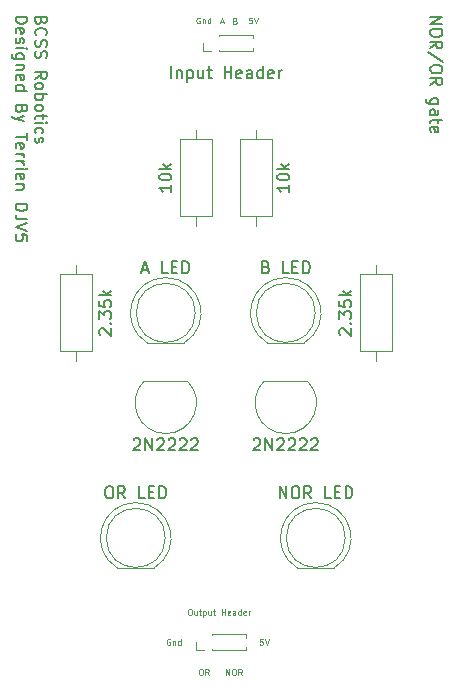
<source format=gbr>
%TF.GenerationSoftware,KiCad,Pcbnew,5.99.0+really5.1.12+dfsg1-1*%
%TF.CreationDate,2021-11-19T11:23:09-05:00*%
%TF.ProjectId,N OR,4e204f52-2e6b-4696-9361-645f70636258,rev?*%
%TF.SameCoordinates,Original*%
%TF.FileFunction,Legend,Top*%
%TF.FilePolarity,Positive*%
%FSLAX46Y46*%
G04 Gerber Fmt 4.6, Leading zero omitted, Abs format (unit mm)*
G04 Created by KiCad (PCBNEW 5.99.0+really5.1.12+dfsg1-1) date 2021-11-19 11:23:09*
%MOMM*%
%LPD*%
G01*
G04 APERTURE LIST*
%ADD10C,0.150000*%
%ADD11C,0.100000*%
%ADD12C,0.125000*%
%ADD13C,0.120000*%
G04 APERTURE END LIST*
D10*
X155757619Y-46055595D02*
X156757619Y-46055595D01*
X155757619Y-46627023D01*
X156757619Y-46627023D01*
X156757619Y-47293690D02*
X156757619Y-47484166D01*
X156710000Y-47579404D01*
X156614761Y-47674642D01*
X156424285Y-47722261D01*
X156090952Y-47722261D01*
X155900476Y-47674642D01*
X155805238Y-47579404D01*
X155757619Y-47484166D01*
X155757619Y-47293690D01*
X155805238Y-47198452D01*
X155900476Y-47103214D01*
X156090952Y-47055595D01*
X156424285Y-47055595D01*
X156614761Y-47103214D01*
X156710000Y-47198452D01*
X156757619Y-47293690D01*
X155757619Y-48722261D02*
X156233809Y-48388928D01*
X155757619Y-48150833D02*
X156757619Y-48150833D01*
X156757619Y-48531785D01*
X156710000Y-48627023D01*
X156662380Y-48674642D01*
X156567142Y-48722261D01*
X156424285Y-48722261D01*
X156329047Y-48674642D01*
X156281428Y-48627023D01*
X156233809Y-48531785D01*
X156233809Y-48150833D01*
X156805238Y-49865119D02*
X155519523Y-49007976D01*
X156757619Y-50388928D02*
X156757619Y-50579404D01*
X156710000Y-50674642D01*
X156614761Y-50769880D01*
X156424285Y-50817500D01*
X156090952Y-50817500D01*
X155900476Y-50769880D01*
X155805238Y-50674642D01*
X155757619Y-50579404D01*
X155757619Y-50388928D01*
X155805238Y-50293690D01*
X155900476Y-50198452D01*
X156090952Y-50150833D01*
X156424285Y-50150833D01*
X156614761Y-50198452D01*
X156710000Y-50293690D01*
X156757619Y-50388928D01*
X155757619Y-51817500D02*
X156233809Y-51484166D01*
X155757619Y-51246071D02*
X156757619Y-51246071D01*
X156757619Y-51627023D01*
X156710000Y-51722261D01*
X156662380Y-51769880D01*
X156567142Y-51817500D01*
X156424285Y-51817500D01*
X156329047Y-51769880D01*
X156281428Y-51722261D01*
X156233809Y-51627023D01*
X156233809Y-51246071D01*
X156424285Y-53436547D02*
X155614761Y-53436547D01*
X155519523Y-53388928D01*
X155471904Y-53341309D01*
X155424285Y-53246071D01*
X155424285Y-53103214D01*
X155471904Y-53007976D01*
X155805238Y-53436547D02*
X155757619Y-53341309D01*
X155757619Y-53150833D01*
X155805238Y-53055595D01*
X155852857Y-53007976D01*
X155948095Y-52960357D01*
X156233809Y-52960357D01*
X156329047Y-53007976D01*
X156376666Y-53055595D01*
X156424285Y-53150833D01*
X156424285Y-53341309D01*
X156376666Y-53436547D01*
X155757619Y-54341309D02*
X156281428Y-54341309D01*
X156376666Y-54293690D01*
X156424285Y-54198452D01*
X156424285Y-54007976D01*
X156376666Y-53912738D01*
X155805238Y-54341309D02*
X155757619Y-54246071D01*
X155757619Y-54007976D01*
X155805238Y-53912738D01*
X155900476Y-53865119D01*
X155995714Y-53865119D01*
X156090952Y-53912738D01*
X156138571Y-54007976D01*
X156138571Y-54246071D01*
X156186190Y-54341309D01*
X156424285Y-54674642D02*
X156424285Y-55055595D01*
X156757619Y-54817500D02*
X155900476Y-54817500D01*
X155805238Y-54865119D01*
X155757619Y-54960357D01*
X155757619Y-55055595D01*
X155805238Y-55769880D02*
X155757619Y-55674642D01*
X155757619Y-55484166D01*
X155805238Y-55388928D01*
X155900476Y-55341309D01*
X156281428Y-55341309D01*
X156376666Y-55388928D01*
X156424285Y-55484166D01*
X156424285Y-55674642D01*
X156376666Y-55769880D01*
X156281428Y-55817500D01*
X156186190Y-55817500D01*
X156090952Y-55341309D01*
X122816428Y-46388928D02*
X122768809Y-46531785D01*
X122721190Y-46579404D01*
X122625952Y-46627023D01*
X122483095Y-46627023D01*
X122387857Y-46579404D01*
X122340238Y-46531785D01*
X122292619Y-46436547D01*
X122292619Y-46055595D01*
X123292619Y-46055595D01*
X123292619Y-46388928D01*
X123245000Y-46484166D01*
X123197380Y-46531785D01*
X123102142Y-46579404D01*
X123006904Y-46579404D01*
X122911666Y-46531785D01*
X122864047Y-46484166D01*
X122816428Y-46388928D01*
X122816428Y-46055595D01*
X122387857Y-47627023D02*
X122340238Y-47579404D01*
X122292619Y-47436547D01*
X122292619Y-47341309D01*
X122340238Y-47198452D01*
X122435476Y-47103214D01*
X122530714Y-47055595D01*
X122721190Y-47007976D01*
X122864047Y-47007976D01*
X123054523Y-47055595D01*
X123149761Y-47103214D01*
X123245000Y-47198452D01*
X123292619Y-47341309D01*
X123292619Y-47436547D01*
X123245000Y-47579404D01*
X123197380Y-47627023D01*
X122340238Y-48007976D02*
X122292619Y-48150833D01*
X122292619Y-48388928D01*
X122340238Y-48484166D01*
X122387857Y-48531785D01*
X122483095Y-48579404D01*
X122578333Y-48579404D01*
X122673571Y-48531785D01*
X122721190Y-48484166D01*
X122768809Y-48388928D01*
X122816428Y-48198452D01*
X122864047Y-48103214D01*
X122911666Y-48055595D01*
X123006904Y-48007976D01*
X123102142Y-48007976D01*
X123197380Y-48055595D01*
X123245000Y-48103214D01*
X123292619Y-48198452D01*
X123292619Y-48436547D01*
X123245000Y-48579404D01*
X122340238Y-48960357D02*
X122292619Y-49103214D01*
X122292619Y-49341309D01*
X122340238Y-49436547D01*
X122387857Y-49484166D01*
X122483095Y-49531785D01*
X122578333Y-49531785D01*
X122673571Y-49484166D01*
X122721190Y-49436547D01*
X122768809Y-49341309D01*
X122816428Y-49150833D01*
X122864047Y-49055595D01*
X122911666Y-49007976D01*
X123006904Y-48960357D01*
X123102142Y-48960357D01*
X123197380Y-49007976D01*
X123245000Y-49055595D01*
X123292619Y-49150833D01*
X123292619Y-49388928D01*
X123245000Y-49531785D01*
X122292619Y-51293690D02*
X122768809Y-50960357D01*
X122292619Y-50722261D02*
X123292619Y-50722261D01*
X123292619Y-51103214D01*
X123245000Y-51198452D01*
X123197380Y-51246071D01*
X123102142Y-51293690D01*
X122959285Y-51293690D01*
X122864047Y-51246071D01*
X122816428Y-51198452D01*
X122768809Y-51103214D01*
X122768809Y-50722261D01*
X122292619Y-51865119D02*
X122340238Y-51769880D01*
X122387857Y-51722261D01*
X122483095Y-51674642D01*
X122768809Y-51674642D01*
X122864047Y-51722261D01*
X122911666Y-51769880D01*
X122959285Y-51865119D01*
X122959285Y-52007976D01*
X122911666Y-52103214D01*
X122864047Y-52150833D01*
X122768809Y-52198452D01*
X122483095Y-52198452D01*
X122387857Y-52150833D01*
X122340238Y-52103214D01*
X122292619Y-52007976D01*
X122292619Y-51865119D01*
X122292619Y-52627023D02*
X123292619Y-52627023D01*
X122911666Y-52627023D02*
X122959285Y-52722261D01*
X122959285Y-52912738D01*
X122911666Y-53007976D01*
X122864047Y-53055595D01*
X122768809Y-53103214D01*
X122483095Y-53103214D01*
X122387857Y-53055595D01*
X122340238Y-53007976D01*
X122292619Y-52912738D01*
X122292619Y-52722261D01*
X122340238Y-52627023D01*
X122292619Y-53674642D02*
X122340238Y-53579404D01*
X122387857Y-53531785D01*
X122483095Y-53484166D01*
X122768809Y-53484166D01*
X122864047Y-53531785D01*
X122911666Y-53579404D01*
X122959285Y-53674642D01*
X122959285Y-53817500D01*
X122911666Y-53912738D01*
X122864047Y-53960357D01*
X122768809Y-54007976D01*
X122483095Y-54007976D01*
X122387857Y-53960357D01*
X122340238Y-53912738D01*
X122292619Y-53817500D01*
X122292619Y-53674642D01*
X122959285Y-54293690D02*
X122959285Y-54674642D01*
X123292619Y-54436547D02*
X122435476Y-54436547D01*
X122340238Y-54484166D01*
X122292619Y-54579404D01*
X122292619Y-54674642D01*
X122292619Y-55007976D02*
X122959285Y-55007976D01*
X123292619Y-55007976D02*
X123245000Y-54960357D01*
X123197380Y-55007976D01*
X123245000Y-55055595D01*
X123292619Y-55007976D01*
X123197380Y-55007976D01*
X122340238Y-55912738D02*
X122292619Y-55817500D01*
X122292619Y-55627023D01*
X122340238Y-55531785D01*
X122387857Y-55484166D01*
X122483095Y-55436547D01*
X122768809Y-55436547D01*
X122864047Y-55484166D01*
X122911666Y-55531785D01*
X122959285Y-55627023D01*
X122959285Y-55817500D01*
X122911666Y-55912738D01*
X122340238Y-56293690D02*
X122292619Y-56388928D01*
X122292619Y-56579404D01*
X122340238Y-56674642D01*
X122435476Y-56722261D01*
X122483095Y-56722261D01*
X122578333Y-56674642D01*
X122625952Y-56579404D01*
X122625952Y-56436547D01*
X122673571Y-56341309D01*
X122768809Y-56293690D01*
X122816428Y-56293690D01*
X122911666Y-56341309D01*
X122959285Y-56436547D01*
X122959285Y-56579404D01*
X122911666Y-56674642D01*
X120642619Y-46055595D02*
X121642619Y-46055595D01*
X121642619Y-46293690D01*
X121595000Y-46436547D01*
X121499761Y-46531785D01*
X121404523Y-46579404D01*
X121214047Y-46627023D01*
X121071190Y-46627023D01*
X120880714Y-46579404D01*
X120785476Y-46531785D01*
X120690238Y-46436547D01*
X120642619Y-46293690D01*
X120642619Y-46055595D01*
X120690238Y-47436547D02*
X120642619Y-47341309D01*
X120642619Y-47150833D01*
X120690238Y-47055595D01*
X120785476Y-47007976D01*
X121166428Y-47007976D01*
X121261666Y-47055595D01*
X121309285Y-47150833D01*
X121309285Y-47341309D01*
X121261666Y-47436547D01*
X121166428Y-47484166D01*
X121071190Y-47484166D01*
X120975952Y-47007976D01*
X120690238Y-47865119D02*
X120642619Y-47960357D01*
X120642619Y-48150833D01*
X120690238Y-48246071D01*
X120785476Y-48293690D01*
X120833095Y-48293690D01*
X120928333Y-48246071D01*
X120975952Y-48150833D01*
X120975952Y-48007976D01*
X121023571Y-47912738D01*
X121118809Y-47865119D01*
X121166428Y-47865119D01*
X121261666Y-47912738D01*
X121309285Y-48007976D01*
X121309285Y-48150833D01*
X121261666Y-48246071D01*
X120642619Y-48722261D02*
X121309285Y-48722261D01*
X121642619Y-48722261D02*
X121595000Y-48674642D01*
X121547380Y-48722261D01*
X121595000Y-48769880D01*
X121642619Y-48722261D01*
X121547380Y-48722261D01*
X121309285Y-49627023D02*
X120499761Y-49627023D01*
X120404523Y-49579404D01*
X120356904Y-49531785D01*
X120309285Y-49436547D01*
X120309285Y-49293690D01*
X120356904Y-49198452D01*
X120690238Y-49627023D02*
X120642619Y-49531785D01*
X120642619Y-49341309D01*
X120690238Y-49246071D01*
X120737857Y-49198452D01*
X120833095Y-49150833D01*
X121118809Y-49150833D01*
X121214047Y-49198452D01*
X121261666Y-49246071D01*
X121309285Y-49341309D01*
X121309285Y-49531785D01*
X121261666Y-49627023D01*
X121309285Y-50103214D02*
X120642619Y-50103214D01*
X121214047Y-50103214D02*
X121261666Y-50150833D01*
X121309285Y-50246071D01*
X121309285Y-50388928D01*
X121261666Y-50484166D01*
X121166428Y-50531785D01*
X120642619Y-50531785D01*
X120690238Y-51388928D02*
X120642619Y-51293690D01*
X120642619Y-51103214D01*
X120690238Y-51007976D01*
X120785476Y-50960357D01*
X121166428Y-50960357D01*
X121261666Y-51007976D01*
X121309285Y-51103214D01*
X121309285Y-51293690D01*
X121261666Y-51388928D01*
X121166428Y-51436547D01*
X121071190Y-51436547D01*
X120975952Y-50960357D01*
X120642619Y-52293690D02*
X121642619Y-52293690D01*
X120690238Y-52293690D02*
X120642619Y-52198452D01*
X120642619Y-52007976D01*
X120690238Y-51912738D01*
X120737857Y-51865119D01*
X120833095Y-51817500D01*
X121118809Y-51817500D01*
X121214047Y-51865119D01*
X121261666Y-51912738D01*
X121309285Y-52007976D01*
X121309285Y-52198452D01*
X121261666Y-52293690D01*
X121166428Y-53865119D02*
X121118809Y-54007976D01*
X121071190Y-54055595D01*
X120975952Y-54103214D01*
X120833095Y-54103214D01*
X120737857Y-54055595D01*
X120690238Y-54007976D01*
X120642619Y-53912738D01*
X120642619Y-53531785D01*
X121642619Y-53531785D01*
X121642619Y-53865119D01*
X121595000Y-53960357D01*
X121547380Y-54007976D01*
X121452142Y-54055595D01*
X121356904Y-54055595D01*
X121261666Y-54007976D01*
X121214047Y-53960357D01*
X121166428Y-53865119D01*
X121166428Y-53531785D01*
X121309285Y-54436547D02*
X120642619Y-54674642D01*
X121309285Y-54912738D02*
X120642619Y-54674642D01*
X120404523Y-54579404D01*
X120356904Y-54531785D01*
X120309285Y-54436547D01*
X121642619Y-55912738D02*
X121642619Y-56484166D01*
X120642619Y-56198452D02*
X121642619Y-56198452D01*
X120690238Y-57198452D02*
X120642619Y-57103214D01*
X120642619Y-56912738D01*
X120690238Y-56817500D01*
X120785476Y-56769880D01*
X121166428Y-56769880D01*
X121261666Y-56817500D01*
X121309285Y-56912738D01*
X121309285Y-57103214D01*
X121261666Y-57198452D01*
X121166428Y-57246071D01*
X121071190Y-57246071D01*
X120975952Y-56769880D01*
X120642619Y-57674642D02*
X121309285Y-57674642D01*
X121118809Y-57674642D02*
X121214047Y-57722261D01*
X121261666Y-57769880D01*
X121309285Y-57865119D01*
X121309285Y-57960357D01*
X120642619Y-58293690D02*
X121309285Y-58293690D01*
X121118809Y-58293690D02*
X121214047Y-58341309D01*
X121261666Y-58388928D01*
X121309285Y-58484166D01*
X121309285Y-58579404D01*
X120642619Y-58912738D02*
X121309285Y-58912738D01*
X121642619Y-58912738D02*
X121595000Y-58865119D01*
X121547380Y-58912738D01*
X121595000Y-58960357D01*
X121642619Y-58912738D01*
X121547380Y-58912738D01*
X120690238Y-59769880D02*
X120642619Y-59674642D01*
X120642619Y-59484166D01*
X120690238Y-59388928D01*
X120785476Y-59341309D01*
X121166428Y-59341309D01*
X121261666Y-59388928D01*
X121309285Y-59484166D01*
X121309285Y-59674642D01*
X121261666Y-59769880D01*
X121166428Y-59817500D01*
X121071190Y-59817500D01*
X120975952Y-59341309D01*
X121309285Y-60246071D02*
X120642619Y-60246071D01*
X121214047Y-60246071D02*
X121261666Y-60293690D01*
X121309285Y-60388928D01*
X121309285Y-60531785D01*
X121261666Y-60627023D01*
X121166428Y-60674642D01*
X120642619Y-60674642D01*
X120642619Y-61912738D02*
X121642619Y-61912738D01*
X121642619Y-62150833D01*
X121595000Y-62293690D01*
X121499761Y-62388928D01*
X121404523Y-62436547D01*
X121214047Y-62484166D01*
X121071190Y-62484166D01*
X120880714Y-62436547D01*
X120785476Y-62388928D01*
X120690238Y-62293690D01*
X120642619Y-62150833D01*
X120642619Y-61912738D01*
X121642619Y-63198452D02*
X120928333Y-63198452D01*
X120785476Y-63150833D01*
X120690238Y-63055595D01*
X120642619Y-62912738D01*
X120642619Y-62817500D01*
X121642619Y-63531785D02*
X120642619Y-63865119D01*
X121642619Y-64198452D01*
X121642619Y-65007976D02*
X121642619Y-64531785D01*
X121166428Y-64484166D01*
X121214047Y-64531785D01*
X121261666Y-64627023D01*
X121261666Y-64865119D01*
X121214047Y-64960357D01*
X121166428Y-65007976D01*
X121071190Y-65055595D01*
X120833095Y-65055595D01*
X120737857Y-65007976D01*
X120690238Y-64960357D01*
X120642619Y-64865119D01*
X120642619Y-64627023D01*
X120690238Y-64531785D01*
X120737857Y-64484166D01*
D11*
X133713571Y-98756552D02*
X133665952Y-98732742D01*
X133594523Y-98732742D01*
X133523095Y-98756552D01*
X133475476Y-98804171D01*
X133451666Y-98851790D01*
X133427857Y-98947028D01*
X133427857Y-99018456D01*
X133451666Y-99113694D01*
X133475476Y-99161313D01*
X133523095Y-99208932D01*
X133594523Y-99232742D01*
X133642142Y-99232742D01*
X133713571Y-99208932D01*
X133737380Y-99185123D01*
X133737380Y-99018456D01*
X133642142Y-99018456D01*
X133951666Y-98899409D02*
X133951666Y-99232742D01*
X133951666Y-98947028D02*
X133975476Y-98923218D01*
X134023095Y-98899409D01*
X134094523Y-98899409D01*
X134142142Y-98923218D01*
X134165952Y-98970837D01*
X134165952Y-99232742D01*
X134618333Y-99232742D02*
X134618333Y-98732742D01*
X134618333Y-99208932D02*
X134570714Y-99232742D01*
X134475476Y-99232742D01*
X134427857Y-99208932D01*
X134404047Y-99185123D01*
X134380238Y-99137504D01*
X134380238Y-98994647D01*
X134404047Y-98947028D01*
X134427857Y-98923218D01*
X134475476Y-98899409D01*
X134570714Y-98899409D01*
X134618333Y-98923218D01*
X141559761Y-98732742D02*
X141321666Y-98732742D01*
X141297857Y-98970837D01*
X141321666Y-98947028D01*
X141369285Y-98923218D01*
X141488333Y-98923218D01*
X141535952Y-98947028D01*
X141559761Y-98970837D01*
X141583571Y-99018456D01*
X141583571Y-99137504D01*
X141559761Y-99185123D01*
X141535952Y-99208932D01*
X141488333Y-99232742D01*
X141369285Y-99232742D01*
X141321666Y-99208932D01*
X141297857Y-99185123D01*
X141726428Y-98732742D02*
X141893095Y-99232742D01*
X142059761Y-98732742D01*
X138460238Y-101772742D02*
X138460238Y-101272742D01*
X138745952Y-101772742D01*
X138745952Y-101272742D01*
X139079285Y-101272742D02*
X139174523Y-101272742D01*
X139222142Y-101296552D01*
X139269761Y-101344171D01*
X139293571Y-101439409D01*
X139293571Y-101606075D01*
X139269761Y-101701313D01*
X139222142Y-101748932D01*
X139174523Y-101772742D01*
X139079285Y-101772742D01*
X139031666Y-101748932D01*
X138984047Y-101701313D01*
X138960238Y-101606075D01*
X138960238Y-101439409D01*
X138984047Y-101344171D01*
X139031666Y-101296552D01*
X139079285Y-101272742D01*
X139793571Y-101772742D02*
X139626904Y-101534647D01*
X139507857Y-101772742D02*
X139507857Y-101272742D01*
X139698333Y-101272742D01*
X139745952Y-101296552D01*
X139769761Y-101320361D01*
X139793571Y-101367980D01*
X139793571Y-101439409D01*
X139769761Y-101487028D01*
X139745952Y-101510837D01*
X139698333Y-101534647D01*
X139507857Y-101534647D01*
X136228026Y-46136246D02*
X136180407Y-46112436D01*
X136108978Y-46112436D01*
X136037550Y-46136246D01*
X135989931Y-46183865D01*
X135966121Y-46231484D01*
X135942312Y-46326722D01*
X135942312Y-46398150D01*
X135966121Y-46493388D01*
X135989931Y-46541007D01*
X136037550Y-46588626D01*
X136108978Y-46612436D01*
X136156597Y-46612436D01*
X136228026Y-46588626D01*
X136251835Y-46564817D01*
X136251835Y-46398150D01*
X136156597Y-46398150D01*
X136466121Y-46279103D02*
X136466121Y-46612436D01*
X136466121Y-46326722D02*
X136489931Y-46302912D01*
X136537550Y-46279103D01*
X136608978Y-46279103D01*
X136656597Y-46302912D01*
X136680407Y-46350531D01*
X136680407Y-46612436D01*
X137132788Y-46612436D02*
X137132788Y-46112436D01*
X137132788Y-46588626D02*
X137085169Y-46612436D01*
X136989931Y-46612436D01*
X136942312Y-46588626D01*
X136918502Y-46564817D01*
X136894693Y-46517198D01*
X136894693Y-46374341D01*
X136918502Y-46326722D01*
X136942312Y-46302912D01*
X136989931Y-46279103D01*
X137085169Y-46279103D01*
X137132788Y-46302912D01*
X140650799Y-46112436D02*
X140412704Y-46112436D01*
X140388895Y-46350531D01*
X140412704Y-46326722D01*
X140460323Y-46302912D01*
X140579371Y-46302912D01*
X140626990Y-46326722D01*
X140650799Y-46350531D01*
X140674609Y-46398150D01*
X140674609Y-46517198D01*
X140650799Y-46564817D01*
X140626990Y-46588626D01*
X140579371Y-46612436D01*
X140460323Y-46612436D01*
X140412704Y-46588626D01*
X140388895Y-46564817D01*
X140817466Y-46112436D02*
X140984133Y-46612436D01*
X141150799Y-46112436D01*
D12*
X139237726Y-46370326D02*
X139309154Y-46394136D01*
X139332964Y-46417945D01*
X139356773Y-46465564D01*
X139356773Y-46536993D01*
X139332964Y-46584612D01*
X139309154Y-46608421D01*
X139261535Y-46632231D01*
X139071059Y-46632231D01*
X139071059Y-46132231D01*
X139237726Y-46132231D01*
X139285345Y-46156041D01*
X139309154Y-46179850D01*
X139332964Y-46227469D01*
X139332964Y-46275088D01*
X139309154Y-46322707D01*
X139285345Y-46346517D01*
X139237726Y-46370326D01*
X139071059Y-46370326D01*
X138014023Y-46469579D02*
X138252118Y-46469579D01*
X137966404Y-46612436D02*
X138133071Y-46112436D01*
X138299737Y-46612436D01*
D11*
X136277380Y-101272742D02*
X136372619Y-101272742D01*
X136420238Y-101296552D01*
X136467857Y-101344171D01*
X136491666Y-101439409D01*
X136491666Y-101606075D01*
X136467857Y-101701313D01*
X136420238Y-101748932D01*
X136372619Y-101772742D01*
X136277380Y-101772742D01*
X136229761Y-101748932D01*
X136182142Y-101701313D01*
X136158333Y-101606075D01*
X136158333Y-101439409D01*
X136182142Y-101344171D01*
X136229761Y-101296552D01*
X136277380Y-101272742D01*
X136991666Y-101772742D02*
X136825000Y-101534647D01*
X136705952Y-101772742D02*
X136705952Y-101272742D01*
X136896428Y-101272742D01*
X136944047Y-101296552D01*
X136967857Y-101320361D01*
X136991666Y-101367980D01*
X136991666Y-101439409D01*
X136967857Y-101487028D01*
X136944047Y-101510837D01*
X136896428Y-101534647D01*
X136705952Y-101534647D01*
D13*
%TO.C,OR LED*%
X133310000Y-90170000D02*
G75*
G03*
X133310000Y-90170000I-2500000J0D01*
G01*
X129265000Y-92730000D02*
X132355000Y-92730000D01*
X130810462Y-87180000D02*
G75*
G03*
X129265170Y-92730000I-462J-2990000D01*
G01*
X130809538Y-87180000D02*
G75*
G02*
X132354830Y-92730000I462J-2990000D01*
G01*
%TO.C,2.35k*%
X127100000Y-67850000D02*
X124360000Y-67850000D01*
X124360000Y-67850000D02*
X124360000Y-74390000D01*
X124360000Y-74390000D02*
X127100000Y-74390000D01*
X127100000Y-74390000D02*
X127100000Y-67850000D01*
X125730000Y-67080000D02*
X125730000Y-67850000D01*
X125730000Y-75160000D02*
X125730000Y-74390000D01*
%TO.C,Input Header*%
X140720000Y-48955000D02*
X140720000Y-48654493D01*
X140720000Y-47865507D02*
X140720000Y-47565000D01*
X137845000Y-48955000D02*
X140720000Y-48955000D01*
X137845000Y-47565000D02*
X140720000Y-47565000D01*
X137845000Y-48955000D02*
X137845000Y-48868276D01*
X137845000Y-47651724D02*
X137845000Y-47565000D01*
X137160000Y-48955000D02*
X136475000Y-48955000D01*
X136475000Y-48955000D02*
X136475000Y-48260000D01*
%TO.C,Output Header*%
X140135000Y-99701552D02*
X140135000Y-99401045D01*
X140135000Y-98612059D02*
X140135000Y-98311552D01*
X137260000Y-99701552D02*
X140135000Y-99701552D01*
X137260000Y-98311552D02*
X140135000Y-98311552D01*
X137260000Y-99701552D02*
X137260000Y-99614828D01*
X137260000Y-98398276D02*
X137260000Y-98311552D01*
X136575000Y-99701552D02*
X135890000Y-99701552D01*
X135890000Y-99701552D02*
X135890000Y-99006552D01*
%TO.C,2.35k*%
X152500000Y-67850000D02*
X149760000Y-67850000D01*
X149760000Y-67850000D02*
X149760000Y-74390000D01*
X149760000Y-74390000D02*
X152500000Y-74390000D01*
X152500000Y-74390000D02*
X152500000Y-67850000D01*
X151130000Y-67080000D02*
X151130000Y-67850000D01*
X151130000Y-75160000D02*
X151130000Y-74390000D01*
%TO.C,10k*%
X142340000Y-56420000D02*
X139600000Y-56420000D01*
X139600000Y-56420000D02*
X139600000Y-62960000D01*
X139600000Y-62960000D02*
X142340000Y-62960000D01*
X142340000Y-62960000D02*
X142340000Y-56420000D01*
X140970000Y-55650000D02*
X140970000Y-56420000D01*
X140970000Y-63730000D02*
X140970000Y-62960000D01*
X137260000Y-56420000D02*
X134520000Y-56420000D01*
X134520000Y-56420000D02*
X134520000Y-62960000D01*
X134520000Y-62960000D02*
X137260000Y-62960000D01*
X137260000Y-62960000D02*
X137260000Y-56420000D01*
X135890000Y-55650000D02*
X135890000Y-56420000D01*
X135890000Y-63730000D02*
X135890000Y-62960000D01*
%TO.C,A LED*%
X133349538Y-68130000D02*
G75*
G02*
X134894830Y-73680000I462J-2990000D01*
G01*
X133350462Y-68130000D02*
G75*
G03*
X131805170Y-73680000I-462J-2990000D01*
G01*
X135850000Y-71120000D02*
G75*
G03*
X135850000Y-71120000I-2500000J0D01*
G01*
X131805000Y-73680000D02*
X134895000Y-73680000D01*
%TO.C,NOR LED*%
X146049538Y-87180000D02*
G75*
G02*
X147594830Y-92730000I462J-2990000D01*
G01*
X146050462Y-87180000D02*
G75*
G03*
X144505170Y-92730000I-462J-2990000D01*
G01*
X148550000Y-90170000D02*
G75*
G03*
X148550000Y-90170000I-2500000J0D01*
G01*
X144505000Y-92730000D02*
X147595000Y-92730000D01*
%TO.C,B LED*%
X143509538Y-68130000D02*
G75*
G02*
X145054830Y-73680000I462J-2990000D01*
G01*
X143510462Y-68130000D02*
G75*
G03*
X141965170Y-73680000I-462J-2990000D01*
G01*
X146010000Y-71120000D02*
G75*
G03*
X146010000Y-71120000I-2500000J0D01*
G01*
X141965000Y-73680000D02*
X145055000Y-73680000D01*
%TO.C,2N2222*%
X141671522Y-76901522D02*
G75*
G03*
X143510000Y-81340000I1838478J-1838478D01*
G01*
X145348478Y-76901522D02*
G75*
G02*
X143510000Y-81340000I-1838478J-1838478D01*
G01*
X145310000Y-76890000D02*
X141710000Y-76890000D01*
X131511522Y-76901522D02*
G75*
G03*
X133350000Y-81340000I1838478J-1838478D01*
G01*
X135188478Y-76901522D02*
G75*
G02*
X133350000Y-81340000I-1838478J-1838478D01*
G01*
X135150000Y-76890000D02*
X131550000Y-76890000D01*
%TO.C,OR LED*%
D10*
X128476666Y-85812380D02*
X128667142Y-85812380D01*
X128762380Y-85860000D01*
X128857619Y-85955238D01*
X128905238Y-86145714D01*
X128905238Y-86479047D01*
X128857619Y-86669523D01*
X128762380Y-86764761D01*
X128667142Y-86812380D01*
X128476666Y-86812380D01*
X128381428Y-86764761D01*
X128286190Y-86669523D01*
X128238571Y-86479047D01*
X128238571Y-86145714D01*
X128286190Y-85955238D01*
X128381428Y-85860000D01*
X128476666Y-85812380D01*
X129905238Y-86812380D02*
X129571904Y-86336190D01*
X129333809Y-86812380D02*
X129333809Y-85812380D01*
X129714761Y-85812380D01*
X129810000Y-85860000D01*
X129857619Y-85907619D01*
X129905238Y-86002857D01*
X129905238Y-86145714D01*
X129857619Y-86240952D01*
X129810000Y-86288571D01*
X129714761Y-86336190D01*
X129333809Y-86336190D01*
X131571904Y-86812380D02*
X131095714Y-86812380D01*
X131095714Y-85812380D01*
X131905238Y-86288571D02*
X132238571Y-86288571D01*
X132381428Y-86812380D02*
X131905238Y-86812380D01*
X131905238Y-85812380D01*
X132381428Y-85812380D01*
X132810000Y-86812380D02*
X132810000Y-85812380D01*
X133048095Y-85812380D01*
X133190952Y-85860000D01*
X133286190Y-85955238D01*
X133333809Y-86050476D01*
X133381428Y-86240952D01*
X133381428Y-86383809D01*
X133333809Y-86574285D01*
X133286190Y-86669523D01*
X133190952Y-86764761D01*
X133048095Y-86812380D01*
X132810000Y-86812380D01*
%TO.C,2.35k*%
X127817619Y-73000952D02*
X127770000Y-72953333D01*
X127722380Y-72858095D01*
X127722380Y-72620000D01*
X127770000Y-72524761D01*
X127817619Y-72477142D01*
X127912857Y-72429523D01*
X128008095Y-72429523D01*
X128150952Y-72477142D01*
X128722380Y-73048571D01*
X128722380Y-72429523D01*
X128627142Y-72000952D02*
X128674761Y-71953333D01*
X128722380Y-72000952D01*
X128674761Y-72048571D01*
X128627142Y-72000952D01*
X128722380Y-72000952D01*
X127722380Y-71620000D02*
X127722380Y-71000952D01*
X128103333Y-71334285D01*
X128103333Y-71191428D01*
X128150952Y-71096190D01*
X128198571Y-71048571D01*
X128293809Y-71000952D01*
X128531904Y-71000952D01*
X128627142Y-71048571D01*
X128674761Y-71096190D01*
X128722380Y-71191428D01*
X128722380Y-71477142D01*
X128674761Y-71572380D01*
X128627142Y-71620000D01*
X127722380Y-70096190D02*
X127722380Y-70572380D01*
X128198571Y-70620000D01*
X128150952Y-70572380D01*
X128103333Y-70477142D01*
X128103333Y-70239047D01*
X128150952Y-70143809D01*
X128198571Y-70096190D01*
X128293809Y-70048571D01*
X128531904Y-70048571D01*
X128627142Y-70096190D01*
X128674761Y-70143809D01*
X128722380Y-70239047D01*
X128722380Y-70477142D01*
X128674761Y-70572380D01*
X128627142Y-70620000D01*
X128722380Y-69620000D02*
X127722380Y-69620000D01*
X128341428Y-69524761D02*
X128722380Y-69239047D01*
X128055714Y-69239047D02*
X128436666Y-69620000D01*
%TO.C,Input Header*%
X133810952Y-51252380D02*
X133810952Y-50252380D01*
X134287142Y-50585714D02*
X134287142Y-51252380D01*
X134287142Y-50680952D02*
X134334761Y-50633333D01*
X134430000Y-50585714D01*
X134572857Y-50585714D01*
X134668095Y-50633333D01*
X134715714Y-50728571D01*
X134715714Y-51252380D01*
X135191904Y-50585714D02*
X135191904Y-51585714D01*
X135191904Y-50633333D02*
X135287142Y-50585714D01*
X135477619Y-50585714D01*
X135572857Y-50633333D01*
X135620476Y-50680952D01*
X135668095Y-50776190D01*
X135668095Y-51061904D01*
X135620476Y-51157142D01*
X135572857Y-51204761D01*
X135477619Y-51252380D01*
X135287142Y-51252380D01*
X135191904Y-51204761D01*
X136525238Y-50585714D02*
X136525238Y-51252380D01*
X136096666Y-50585714D02*
X136096666Y-51109523D01*
X136144285Y-51204761D01*
X136239523Y-51252380D01*
X136382380Y-51252380D01*
X136477619Y-51204761D01*
X136525238Y-51157142D01*
X136858571Y-50585714D02*
X137239523Y-50585714D01*
X137001428Y-50252380D02*
X137001428Y-51109523D01*
X137049047Y-51204761D01*
X137144285Y-51252380D01*
X137239523Y-51252380D01*
X138334761Y-51252380D02*
X138334761Y-50252380D01*
X138334761Y-50728571D02*
X138906190Y-50728571D01*
X138906190Y-51252380D02*
X138906190Y-50252380D01*
X139763333Y-51204761D02*
X139668095Y-51252380D01*
X139477619Y-51252380D01*
X139382380Y-51204761D01*
X139334761Y-51109523D01*
X139334761Y-50728571D01*
X139382380Y-50633333D01*
X139477619Y-50585714D01*
X139668095Y-50585714D01*
X139763333Y-50633333D01*
X139810952Y-50728571D01*
X139810952Y-50823809D01*
X139334761Y-50919047D01*
X140668095Y-51252380D02*
X140668095Y-50728571D01*
X140620476Y-50633333D01*
X140525238Y-50585714D01*
X140334761Y-50585714D01*
X140239523Y-50633333D01*
X140668095Y-51204761D02*
X140572857Y-51252380D01*
X140334761Y-51252380D01*
X140239523Y-51204761D01*
X140191904Y-51109523D01*
X140191904Y-51014285D01*
X140239523Y-50919047D01*
X140334761Y-50871428D01*
X140572857Y-50871428D01*
X140668095Y-50823809D01*
X141572857Y-51252380D02*
X141572857Y-50252380D01*
X141572857Y-51204761D02*
X141477619Y-51252380D01*
X141287142Y-51252380D01*
X141191904Y-51204761D01*
X141144285Y-51157142D01*
X141096666Y-51061904D01*
X141096666Y-50776190D01*
X141144285Y-50680952D01*
X141191904Y-50633333D01*
X141287142Y-50585714D01*
X141477619Y-50585714D01*
X141572857Y-50633333D01*
X142430000Y-51204761D02*
X142334761Y-51252380D01*
X142144285Y-51252380D01*
X142049047Y-51204761D01*
X142001428Y-51109523D01*
X142001428Y-50728571D01*
X142049047Y-50633333D01*
X142144285Y-50585714D01*
X142334761Y-50585714D01*
X142430000Y-50633333D01*
X142477619Y-50728571D01*
X142477619Y-50823809D01*
X142001428Y-50919047D01*
X142906190Y-51252380D02*
X142906190Y-50585714D01*
X142906190Y-50776190D02*
X142953809Y-50680952D01*
X143001428Y-50633333D01*
X143096666Y-50585714D01*
X143191904Y-50585714D01*
%TO.C,Output Header*%
D11*
X135345000Y-96192742D02*
X135440238Y-96192742D01*
X135487857Y-96216552D01*
X135535476Y-96264171D01*
X135559285Y-96359409D01*
X135559285Y-96526075D01*
X135535476Y-96621313D01*
X135487857Y-96668932D01*
X135440238Y-96692742D01*
X135345000Y-96692742D01*
X135297380Y-96668932D01*
X135249761Y-96621313D01*
X135225952Y-96526075D01*
X135225952Y-96359409D01*
X135249761Y-96264171D01*
X135297380Y-96216552D01*
X135345000Y-96192742D01*
X135987857Y-96359409D02*
X135987857Y-96692742D01*
X135773571Y-96359409D02*
X135773571Y-96621313D01*
X135797380Y-96668932D01*
X135845000Y-96692742D01*
X135916428Y-96692742D01*
X135964047Y-96668932D01*
X135987857Y-96645123D01*
X136154523Y-96359409D02*
X136345000Y-96359409D01*
X136225952Y-96192742D02*
X136225952Y-96621313D01*
X136249761Y-96668932D01*
X136297380Y-96692742D01*
X136345000Y-96692742D01*
X136511666Y-96359409D02*
X136511666Y-96859409D01*
X136511666Y-96383218D02*
X136559285Y-96359409D01*
X136654523Y-96359409D01*
X136702142Y-96383218D01*
X136725952Y-96407028D01*
X136749761Y-96454647D01*
X136749761Y-96597504D01*
X136725952Y-96645123D01*
X136702142Y-96668932D01*
X136654523Y-96692742D01*
X136559285Y-96692742D01*
X136511666Y-96668932D01*
X137178333Y-96359409D02*
X137178333Y-96692742D01*
X136964047Y-96359409D02*
X136964047Y-96621313D01*
X136987857Y-96668932D01*
X137035476Y-96692742D01*
X137106904Y-96692742D01*
X137154523Y-96668932D01*
X137178333Y-96645123D01*
X137345000Y-96359409D02*
X137535476Y-96359409D01*
X137416428Y-96192742D02*
X137416428Y-96621313D01*
X137440238Y-96668932D01*
X137487857Y-96692742D01*
X137535476Y-96692742D01*
X138083095Y-96692742D02*
X138083095Y-96192742D01*
X138083095Y-96430837D02*
X138368809Y-96430837D01*
X138368809Y-96692742D02*
X138368809Y-96192742D01*
X138797380Y-96668932D02*
X138749761Y-96692742D01*
X138654523Y-96692742D01*
X138606904Y-96668932D01*
X138583095Y-96621313D01*
X138583095Y-96430837D01*
X138606904Y-96383218D01*
X138654523Y-96359409D01*
X138749761Y-96359409D01*
X138797380Y-96383218D01*
X138821190Y-96430837D01*
X138821190Y-96478456D01*
X138583095Y-96526075D01*
X139249761Y-96692742D02*
X139249761Y-96430837D01*
X139225952Y-96383218D01*
X139178333Y-96359409D01*
X139083095Y-96359409D01*
X139035476Y-96383218D01*
X139249761Y-96668932D02*
X139202142Y-96692742D01*
X139083095Y-96692742D01*
X139035476Y-96668932D01*
X139011666Y-96621313D01*
X139011666Y-96573694D01*
X139035476Y-96526075D01*
X139083095Y-96502266D01*
X139202142Y-96502266D01*
X139249761Y-96478456D01*
X139702142Y-96692742D02*
X139702142Y-96192742D01*
X139702142Y-96668932D02*
X139654523Y-96692742D01*
X139559285Y-96692742D01*
X139511666Y-96668932D01*
X139487857Y-96645123D01*
X139464047Y-96597504D01*
X139464047Y-96454647D01*
X139487857Y-96407028D01*
X139511666Y-96383218D01*
X139559285Y-96359409D01*
X139654523Y-96359409D01*
X139702142Y-96383218D01*
X140130714Y-96668932D02*
X140083095Y-96692742D01*
X139987857Y-96692742D01*
X139940238Y-96668932D01*
X139916428Y-96621313D01*
X139916428Y-96430837D01*
X139940238Y-96383218D01*
X139987857Y-96359409D01*
X140083095Y-96359409D01*
X140130714Y-96383218D01*
X140154523Y-96430837D01*
X140154523Y-96478456D01*
X139916428Y-96526075D01*
X140368809Y-96692742D02*
X140368809Y-96359409D01*
X140368809Y-96454647D02*
X140392619Y-96407028D01*
X140416428Y-96383218D01*
X140464047Y-96359409D01*
X140511666Y-96359409D01*
%TO.C,2.35k*%
D10*
X148137619Y-73000952D02*
X148090000Y-72953333D01*
X148042380Y-72858095D01*
X148042380Y-72620000D01*
X148090000Y-72524761D01*
X148137619Y-72477142D01*
X148232857Y-72429523D01*
X148328095Y-72429523D01*
X148470952Y-72477142D01*
X149042380Y-73048571D01*
X149042380Y-72429523D01*
X148947142Y-72000952D02*
X148994761Y-71953333D01*
X149042380Y-72000952D01*
X148994761Y-72048571D01*
X148947142Y-72000952D01*
X149042380Y-72000952D01*
X148042380Y-71620000D02*
X148042380Y-71000952D01*
X148423333Y-71334285D01*
X148423333Y-71191428D01*
X148470952Y-71096190D01*
X148518571Y-71048571D01*
X148613809Y-71000952D01*
X148851904Y-71000952D01*
X148947142Y-71048571D01*
X148994761Y-71096190D01*
X149042380Y-71191428D01*
X149042380Y-71477142D01*
X148994761Y-71572380D01*
X148947142Y-71620000D01*
X148042380Y-70096190D02*
X148042380Y-70572380D01*
X148518571Y-70620000D01*
X148470952Y-70572380D01*
X148423333Y-70477142D01*
X148423333Y-70239047D01*
X148470952Y-70143809D01*
X148518571Y-70096190D01*
X148613809Y-70048571D01*
X148851904Y-70048571D01*
X148947142Y-70096190D01*
X148994761Y-70143809D01*
X149042380Y-70239047D01*
X149042380Y-70477142D01*
X148994761Y-70572380D01*
X148947142Y-70620000D01*
X149042380Y-69620000D02*
X148042380Y-69620000D01*
X148661428Y-69524761D02*
X149042380Y-69239047D01*
X148375714Y-69239047D02*
X148756666Y-69620000D01*
%TO.C,10k*%
X143792380Y-60285238D02*
X143792380Y-60856666D01*
X143792380Y-60570952D02*
X142792380Y-60570952D01*
X142935238Y-60666190D01*
X143030476Y-60761428D01*
X143078095Y-60856666D01*
X142792380Y-59666190D02*
X142792380Y-59570952D01*
X142840000Y-59475714D01*
X142887619Y-59428095D01*
X142982857Y-59380476D01*
X143173333Y-59332857D01*
X143411428Y-59332857D01*
X143601904Y-59380476D01*
X143697142Y-59428095D01*
X143744761Y-59475714D01*
X143792380Y-59570952D01*
X143792380Y-59666190D01*
X143744761Y-59761428D01*
X143697142Y-59809047D01*
X143601904Y-59856666D01*
X143411428Y-59904285D01*
X143173333Y-59904285D01*
X142982857Y-59856666D01*
X142887619Y-59809047D01*
X142840000Y-59761428D01*
X142792380Y-59666190D01*
X143792380Y-58904285D02*
X142792380Y-58904285D01*
X143411428Y-58809047D02*
X143792380Y-58523333D01*
X143125714Y-58523333D02*
X143506666Y-58904285D01*
X133802380Y-60285238D02*
X133802380Y-60856666D01*
X133802380Y-60570952D02*
X132802380Y-60570952D01*
X132945238Y-60666190D01*
X133040476Y-60761428D01*
X133088095Y-60856666D01*
X132802380Y-59666190D02*
X132802380Y-59570952D01*
X132850000Y-59475714D01*
X132897619Y-59428095D01*
X132992857Y-59380476D01*
X133183333Y-59332857D01*
X133421428Y-59332857D01*
X133611904Y-59380476D01*
X133707142Y-59428095D01*
X133754761Y-59475714D01*
X133802380Y-59570952D01*
X133802380Y-59666190D01*
X133754761Y-59761428D01*
X133707142Y-59809047D01*
X133611904Y-59856666D01*
X133421428Y-59904285D01*
X133183333Y-59904285D01*
X132992857Y-59856666D01*
X132897619Y-59809047D01*
X132850000Y-59761428D01*
X132802380Y-59666190D01*
X133802380Y-58904285D02*
X132802380Y-58904285D01*
X133421428Y-58809047D02*
X133802380Y-58523333D01*
X133135714Y-58523333D02*
X133516666Y-58904285D01*
%TO.C,A LED*%
X131373809Y-67476666D02*
X131850000Y-67476666D01*
X131278571Y-67762380D02*
X131611904Y-66762380D01*
X131945238Y-67762380D01*
X133516666Y-67762380D02*
X133040476Y-67762380D01*
X133040476Y-66762380D01*
X133850000Y-67238571D02*
X134183333Y-67238571D01*
X134326190Y-67762380D02*
X133850000Y-67762380D01*
X133850000Y-66762380D01*
X134326190Y-66762380D01*
X134754761Y-67762380D02*
X134754761Y-66762380D01*
X134992857Y-66762380D01*
X135135714Y-66810000D01*
X135230952Y-66905238D01*
X135278571Y-67000476D01*
X135326190Y-67190952D01*
X135326190Y-67333809D01*
X135278571Y-67524285D01*
X135230952Y-67619523D01*
X135135714Y-67714761D01*
X134992857Y-67762380D01*
X134754761Y-67762380D01*
%TO.C,NOR LED*%
X143002380Y-86812380D02*
X143002380Y-85812380D01*
X143573809Y-86812380D01*
X143573809Y-85812380D01*
X144240476Y-85812380D02*
X144430952Y-85812380D01*
X144526190Y-85860000D01*
X144621428Y-85955238D01*
X144669047Y-86145714D01*
X144669047Y-86479047D01*
X144621428Y-86669523D01*
X144526190Y-86764761D01*
X144430952Y-86812380D01*
X144240476Y-86812380D01*
X144145238Y-86764761D01*
X144050000Y-86669523D01*
X144002380Y-86479047D01*
X144002380Y-86145714D01*
X144050000Y-85955238D01*
X144145238Y-85860000D01*
X144240476Y-85812380D01*
X145669047Y-86812380D02*
X145335714Y-86336190D01*
X145097619Y-86812380D02*
X145097619Y-85812380D01*
X145478571Y-85812380D01*
X145573809Y-85860000D01*
X145621428Y-85907619D01*
X145669047Y-86002857D01*
X145669047Y-86145714D01*
X145621428Y-86240952D01*
X145573809Y-86288571D01*
X145478571Y-86336190D01*
X145097619Y-86336190D01*
X147335714Y-86812380D02*
X146859523Y-86812380D01*
X146859523Y-85812380D01*
X147669047Y-86288571D02*
X148002380Y-86288571D01*
X148145238Y-86812380D02*
X147669047Y-86812380D01*
X147669047Y-85812380D01*
X148145238Y-85812380D01*
X148573809Y-86812380D02*
X148573809Y-85812380D01*
X148811904Y-85812380D01*
X148954761Y-85860000D01*
X149050000Y-85955238D01*
X149097619Y-86050476D01*
X149145238Y-86240952D01*
X149145238Y-86383809D01*
X149097619Y-86574285D01*
X149050000Y-86669523D01*
X148954761Y-86764761D01*
X148811904Y-86812380D01*
X148573809Y-86812380D01*
%TO.C,B LED*%
X141843333Y-67238571D02*
X141986190Y-67286190D01*
X142033809Y-67333809D01*
X142081428Y-67429047D01*
X142081428Y-67571904D01*
X142033809Y-67667142D01*
X141986190Y-67714761D01*
X141890952Y-67762380D01*
X141510000Y-67762380D01*
X141510000Y-66762380D01*
X141843333Y-66762380D01*
X141938571Y-66810000D01*
X141986190Y-66857619D01*
X142033809Y-66952857D01*
X142033809Y-67048095D01*
X141986190Y-67143333D01*
X141938571Y-67190952D01*
X141843333Y-67238571D01*
X141510000Y-67238571D01*
X143748095Y-67762380D02*
X143271904Y-67762380D01*
X143271904Y-66762380D01*
X144081428Y-67238571D02*
X144414761Y-67238571D01*
X144557619Y-67762380D02*
X144081428Y-67762380D01*
X144081428Y-66762380D01*
X144557619Y-66762380D01*
X144986190Y-67762380D02*
X144986190Y-66762380D01*
X145224285Y-66762380D01*
X145367142Y-66810000D01*
X145462380Y-66905238D01*
X145510000Y-67000476D01*
X145557619Y-67190952D01*
X145557619Y-67333809D01*
X145510000Y-67524285D01*
X145462380Y-67619523D01*
X145367142Y-67714761D01*
X145224285Y-67762380D01*
X144986190Y-67762380D01*
%TO.C,2N2222*%
X140795714Y-81847619D02*
X140843333Y-81800000D01*
X140938571Y-81752380D01*
X141176666Y-81752380D01*
X141271904Y-81800000D01*
X141319523Y-81847619D01*
X141367142Y-81942857D01*
X141367142Y-82038095D01*
X141319523Y-82180952D01*
X140748095Y-82752380D01*
X141367142Y-82752380D01*
X141795714Y-82752380D02*
X141795714Y-81752380D01*
X142367142Y-82752380D01*
X142367142Y-81752380D01*
X142795714Y-81847619D02*
X142843333Y-81800000D01*
X142938571Y-81752380D01*
X143176666Y-81752380D01*
X143271904Y-81800000D01*
X143319523Y-81847619D01*
X143367142Y-81942857D01*
X143367142Y-82038095D01*
X143319523Y-82180952D01*
X142748095Y-82752380D01*
X143367142Y-82752380D01*
X143748095Y-81847619D02*
X143795714Y-81800000D01*
X143890952Y-81752380D01*
X144129047Y-81752380D01*
X144224285Y-81800000D01*
X144271904Y-81847619D01*
X144319523Y-81942857D01*
X144319523Y-82038095D01*
X144271904Y-82180952D01*
X143700476Y-82752380D01*
X144319523Y-82752380D01*
X144700476Y-81847619D02*
X144748095Y-81800000D01*
X144843333Y-81752380D01*
X145081428Y-81752380D01*
X145176666Y-81800000D01*
X145224285Y-81847619D01*
X145271904Y-81942857D01*
X145271904Y-82038095D01*
X145224285Y-82180952D01*
X144652857Y-82752380D01*
X145271904Y-82752380D01*
X145652857Y-81847619D02*
X145700476Y-81800000D01*
X145795714Y-81752380D01*
X146033809Y-81752380D01*
X146129047Y-81800000D01*
X146176666Y-81847619D01*
X146224285Y-81942857D01*
X146224285Y-82038095D01*
X146176666Y-82180952D01*
X145605238Y-82752380D01*
X146224285Y-82752380D01*
X130635714Y-81847619D02*
X130683333Y-81800000D01*
X130778571Y-81752380D01*
X131016666Y-81752380D01*
X131111904Y-81800000D01*
X131159523Y-81847619D01*
X131207142Y-81942857D01*
X131207142Y-82038095D01*
X131159523Y-82180952D01*
X130588095Y-82752380D01*
X131207142Y-82752380D01*
X131635714Y-82752380D02*
X131635714Y-81752380D01*
X132207142Y-82752380D01*
X132207142Y-81752380D01*
X132635714Y-81847619D02*
X132683333Y-81800000D01*
X132778571Y-81752380D01*
X133016666Y-81752380D01*
X133111904Y-81800000D01*
X133159523Y-81847619D01*
X133207142Y-81942857D01*
X133207142Y-82038095D01*
X133159523Y-82180952D01*
X132588095Y-82752380D01*
X133207142Y-82752380D01*
X133588095Y-81847619D02*
X133635714Y-81800000D01*
X133730952Y-81752380D01*
X133969047Y-81752380D01*
X134064285Y-81800000D01*
X134111904Y-81847619D01*
X134159523Y-81942857D01*
X134159523Y-82038095D01*
X134111904Y-82180952D01*
X133540476Y-82752380D01*
X134159523Y-82752380D01*
X134540476Y-81847619D02*
X134588095Y-81800000D01*
X134683333Y-81752380D01*
X134921428Y-81752380D01*
X135016666Y-81800000D01*
X135064285Y-81847619D01*
X135111904Y-81942857D01*
X135111904Y-82038095D01*
X135064285Y-82180952D01*
X134492857Y-82752380D01*
X135111904Y-82752380D01*
X135492857Y-81847619D02*
X135540476Y-81800000D01*
X135635714Y-81752380D01*
X135873809Y-81752380D01*
X135969047Y-81800000D01*
X136016666Y-81847619D01*
X136064285Y-81942857D01*
X136064285Y-82038095D01*
X136016666Y-82180952D01*
X135445238Y-82752380D01*
X136064285Y-82752380D01*
%TD*%
M02*

</source>
